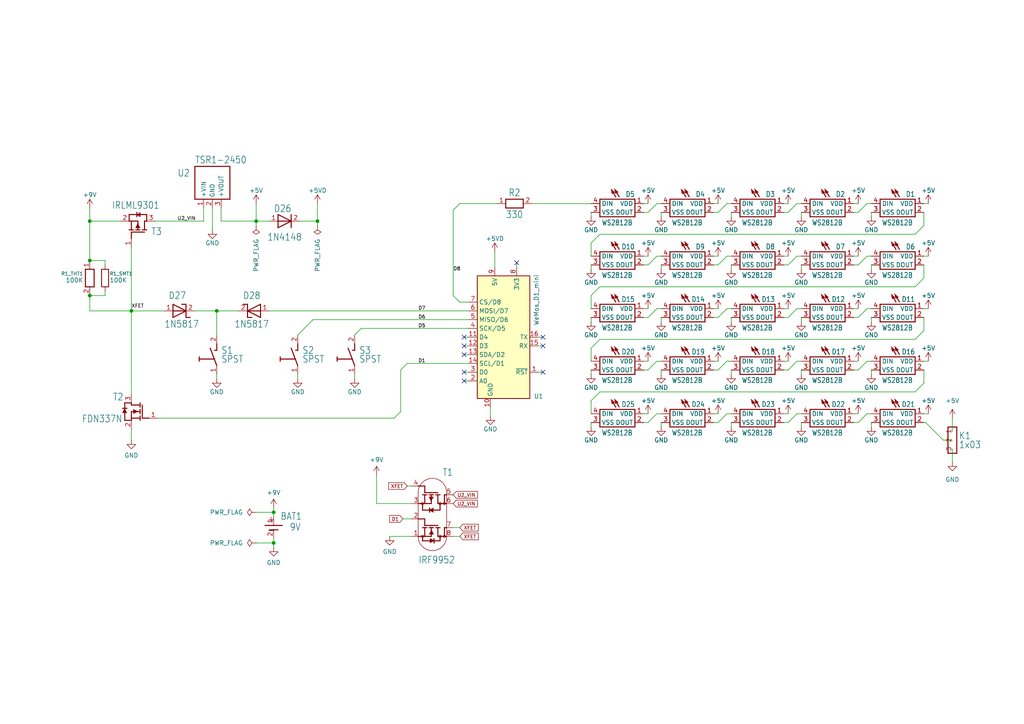
<source format=kicad_sch>
(kicad_sch (version 20230121) (generator eeschema)
  (paper "A4")
  (lib_symbols
    (symbol "D1Mini_Wuerfel_aktuell-eagle-import:1254.1017_DRUCKTASTER_12X12MM_34"
      (property "Reference" "S" (at -5.08 5.715 0))
      (symbol "1254.1017_DRUCKTASTER_12X12MM_34_1_0"
        (pin passive line (at -5.715 0 0) (length 2.54) (name "1") (number "1"))
        (pin passive line (at 5.715 0 180) (length 2.54) (name "2") (number "2"))
      )
    )
    (symbol "D1Mini_Wuerfel_aktuell-eagle-import:1N4148_1"
      (property "Reference" "D" (at -4.445 3.175 0))
      (symbol "1N4148_1_1_0"
        (pin passive line (at -3.81 0 0) (length 2.54) (name "1") (number "1"))
        (pin passive line (at 5.08 0 180) (length 2.54) (name "2") (number "2"))
      )
    )
    (symbol "D1Mini_Wuerfel_aktuell-eagle-import:1N5817_40"
      (property "Reference" "D" (at -4.445 3.175 0))
      (symbol "1N5817_40_1_0"
        (pin passive line (at -3.81 0 0) (length 2.54) (name "1") (number "1"))
        (pin passive line (at 5.08 0 180) (length 2.54) (name "2") (number "2"))
      )
    )
    (symbol "D1Mini_Wuerfel_aktuell-eagle-import:1N5817_41"
      (property "Reference" "D" (at -4.445 3.175 0))
      (symbol "1N5817_41_1_0"
        (pin passive line (at -3.81 0 0) (length 2.54) (name "1") (number "1"))
        (pin passive line (at 5.08 0 180) (length 2.54) (name "2") (number "2"))
      )
    )
    (symbol "D1Mini_Wuerfel_aktuell-eagle-import:BATTERIE_2"
      (property "Reference" "X" (at 1.905 2.222 0))
      (symbol "BATTERIE_2_1_0"
        (text "+" (at -1.906 1.27 0) (effects (font (size 2 1.7)) (justify left bottom)))
        (text "-" (at -1.905 -1.905 0) (effects (font (size 2 1.7)) (justify left bottom)))
        (pin power_in line (at 0 3.175 270) (length 2.54) (name "1") (number "1"))
        (pin power_in line (at 0 -3.175 90) (length 2.54) (name "2") (number "2"))
      )
    )
    (symbol "D1Mini_Wuerfel_aktuell-eagle-import:FDN337N_42"
      (property "Reference" "T" (at 4.7625 3.175 0))
      (symbol "FDN337N_42_1_0"
        (pin passive line (at -5.08 -1.905 0) (length 2.54) (name "1") (number "1"))
        (pin passive line (at 2.54 -5.08 90) (length 2.54) (name "2") (number "2"))
        (pin passive line (at 2.54 5.08 270) (length 2.54) (name "3") (number "3"))
      )
    )
    (symbol "D1Mini_Wuerfel_aktuell-eagle-import:IRF9952_39"
      (property "Reference" "T" (at 11.324 2.54 0))
      (symbol "IRF9952_39_1_0"
        (pin passive line (at -6.35 -6.35 90) (length 2.54) (name "1") (number "1"))
        (pin passive line (at -1.27 -6.35 90) (length 2.54) (name "2") (number "2"))
        (pin passive line (at 3.175 -6.35 90) (length 2.54) (name "3") (number "3"))
        (pin passive line (at 8.255 -6.35 90) (length 2.54) (name "4") (number "4"))
        (pin passive line (at 5.715 5.715 270) (length 2.54) (name "5") (number "5"))
        (pin passive line (at 3.175 5.715 270) (length 2.54) (name "6") (number "6"))
        (pin passive line (at -3.81 5.715 270) (length 2.54) (name "7") (number "7"))
        (pin passive line (at -6.35 5.715 270) (length 2.54) (name "8") (number "8"))
      )
    )
    (symbol "D1Mini_Wuerfel_aktuell-eagle-import:IRLML9301TRPBF_43"
      (property "Reference" "T" (at 5.08 3.175 0))
      (symbol "IRLML9301TRPBF_43_1_0"
        (pin passive line (at -5.08 -1.905 0) (length 2.54) (name "1") (number "1"))
        (pin passive line (at 2.54 -5.08 90) (length 2.54) (name "2") (number "2"))
        (pin passive line (at 2.54 5.08 270) (length 2.54) (name "3") (number "3"))
      )
    )
    (symbol "D1Mini_Wuerfel_aktuell-eagle-import:K1X03_BUCHSE_8"
      (property "Reference" "K" (at -3.81 1.905 0))
      (symbol "K1X03_BUCHSE_8_1_0"
        (pin passive line (at -2.54 0 0) (length 0) (name "1") (number "1"))
        (pin passive line (at 0 0 0) (length 0) (name "2") (number "2"))
        (pin passive line (at 2.54 0 0) (length 0) (name "3") (number "3"))
      )
    )
    (symbol "D1Mini_Wuerfel_aktuell-eagle-import:R_KOHLE_1M_0207_37"
      (property "Reference" "R1_THT1" (at -1.27 -1.905 90))
      (property "Value" "100K" (at 0.635 -1.905 90))
      (symbol "R_KOHLE_1M_0207_37_1_0"
        (pin passive line (at -5.08 0 0) (length 2.54) (name "1") (number "1"))
        (pin passive line (at 5.08 0 180) (length 2.54) (name "2") (number "2"))
      )
    )
    (symbol "D1Mini_Wuerfel_aktuell-eagle-import:R_KOHLE_330-OHM_0207_44"
      (property "Reference" "R" (at -2.54 1.905 0))
      (symbol "R_KOHLE_330-OHM_0207_44_1_0"
        (pin passive line (at -5.08 0 0) (length 2.54) (name "1") (number "1"))
        (pin passive line (at 5.08 0 180) (length 2.54) (name "2") (number "2"))
      )
    )
    (symbol "D1Mini_Wuerfel_aktuell-eagle-import:TSR1-2450_0"
      (property "Reference" "IC" (at 0 10.795 0))
      (symbol "TSR1-2450_0_1_0"
        (pin power_in line (at -2.54 7.62 0) (length 2.54) (name "+VIN") (number "1"))
        (pin power_in line (at -2.54 5.08 0) (length 2.54) (name "GND") (number "2"))
        (pin power_in line (at -2.54 2.54 0) (length 2.54) (name "+VOUT") (number "3"))
      )
    )
    (symbol "D1Mini_Wuerfel_aktuell-eagle-import:WS2812B_9"
      (property "Reference" "D" (at -5.08 3.175 0))
      (symbol "WS2812B_9_1_0"
        (pin passive line (at -7.62 1.27 0) (length 2.54) (name "VDD") (number "1"))
        (pin passive line (at -7.62 -1.27 0) (length 2.54) (name "DOUT") (number "2"))
        (pin passive line (at 7.62 -1.27 180) (length 2.54) (name "VSS") (number "3"))
        (pin passive line (at 7.62 1.27 180) (length 2.54) (name "DIN") (number "4"))
      )
    )
    (symbol "Device:R" (pin_numbers hide) (pin_names (offset 0))
      (property "Reference" "R" (at 2.032 0 90))
      (property "Value" "R" (at 0 0 90))
      (symbol "R_1_1"
        (pin passive line (at 0 3.81 270) (length 1.27) (name "~") (number "1"))
        (pin passive line (at 0 -3.81 90) (length 1.27) (name "~") (number "2"))
      )
    )
    (symbol "MCU_Module:WeMos_D1_mini"
      (property "Reference" "U1" (at 8.255 -20.32 90))
      (property "Value" "WeMos_D1_mini" (at -9.525 -10.795 90))
      (symbol "WeMos_D1_mini_1_1"
        (pin input line (at -10.16 10.16 0) (length 2.54) (name "~{RST}") (number "1"))
        (pin power_in line (at 3.81 20.32 270) (length 2.54) (name "GND") (number "10"))
        (pin bidirectional line (at 10.16 0 180) (length 2.54) (name "D4") (number "11"))
        (pin bidirectional line (at 10.16 2.54 180) (length 2.54) (name "D3") (number "12"))
        (pin bidirectional line (at 10.16 5.08 180) (length 2.54) (name "SDA/D2") (number "13"))
        (pin bidirectional line (at 10.16 7.62 180) (length 2.54) (name "SCL/D1") (number "14"))
        (pin input line (at -10.16 2.54 0) (length 2.54) (name "RX") (number "15"))
        (pin output line (at -10.16 0 0) (length 2.54) (name "TX") (number "16"))
        (pin input line (at 10.16 12.7 180) (length 2.54) (name "A0") (number "2"))
        (pin bidirectional line (at 10.16 10.16 180) (length 2.54) (name "D0") (number "3"))
        (pin bidirectional line (at 10.16 -2.54 180) (length 2.54) (name "SCK/D5") (number "4"))
        (pin bidirectional line (at 10.16 -5.08 180) (length 2.54) (name "MISO/D6") (number "5"))
        (pin bidirectional line (at 10.16 -7.62 180) (length 2.54) (name "MOSI/D7") (number "6"))
        (pin bidirectional line (at 10.16 -10.16 180) (length 2.54) (name "CS/D8") (number "7"))
        (pin power_out line (at -3.81 -20.32 90) (length 2.54) (name "3V3") (number "8"))
        (pin power_in line (at 2.54 -20.32 90) (length 2.54) (name "5V") (number "9"))
      )
    )
    (symbol "power:+5V" (power) (pin_names (offset 0))
      (property "Value" "+5V" (at 0 3.556 0))
      (symbol "+5V_1_1"
        (pin power_in line (at 0 0 90) (length 0) hide (name "+5V") (number "1"))
      )
    )
    (symbol "power:+5VD" (power) (pin_names (offset 0))
      (property "Value" "+5VD" (at 0 3.556 0))
      (symbol "+5VD_1_1"
        (pin power_in line (at 0 0 90) (length 0) hide (name "+5VD") (number "1"))
      )
    )
    (symbol "power:+9V" (power) (pin_names (offset 0))
      (property "Value" "+9V" (at 0 3.556 0))
      (symbol "+9V_1_1"
        (pin power_in line (at 0 0 90) (length 0) hide (name "+9V") (number "1"))
      )
    )
    (symbol "power:GND" (power) (pin_names (offset 0))
      (property "Value" "GND" (at 0 -3.81 0))
      (symbol "GND_1_1"
        (pin power_in line (at 0 0 270) (length 0) hide (name "GND") (number "1"))
      )
    )
    (symbol "power:PWR_FLAG" (power) (pin_numbers hide) (pin_names (offset 0) hide)
      (property "Value" "PWR_FLAG" (at 0 3.81 0))
      (symbol "PWR_FLAG_0_0"
        (pin power_out line (at 0 0 90) (length 0) (name "pwr") (number "1"))
      )
    )
  )
  (junction (at 26.035 64.135))
  (junction (at 79.375 148.59))
  (junction (at 26.035 85.725))
  (junction (at 74.295 64.135))
  (junction (at 62.865 90.17))
  (junction (at 92.075 64.135))
  (junction (at 26.035 75.565))
  (junction (at 79.375 157.48))
  (junction (at 38.1 90.17))
  (no_connect (at 134.62 97.79))
  (no_connect (at 134.62 110.49))
  (no_connect (at 157.48 100.33))
  (no_connect (at 157.48 97.79))
  (no_connect (at 149.86 76.2))
  (no_connect (at 157.48 107.95))
  (no_connect (at 134.62 102.87))
  (no_connect (at 134.62 107.95))
  (no_connect (at 134.62 100.33))
  (wire (pts (xy 38.1 124.46) (xy 38.1 127.635)))
  (wire (pts (xy 171.45 116.205) (xy 173.99 113.665)))
  (wire (pts (xy 251.46 89.535) (xy 252.73 89.535)))
  (wire (pts (xy 248.92 107.315) (xy 251.46 104.775)))
  (wire (pts (xy 79.375 147.32) (xy 79.375 148.59)))
  (wire (pts (xy 133.35 59.055) (xy 144.145 59.055)))
  (wire (pts (xy 248.92 104.775) (xy 247.65 104.775)))
  (wire (pts (xy 86.36 108.585) (xy 86.36 109.855)))
  (wire (pts (xy 267.97 80.645) (xy 265.43 83.185)))
  (wire (pts (xy 269.24 104.775) (xy 267.97 104.775)))
  (wire (pts (xy 26.035 85.725) (xy 26.035 90.17)))
  (wire (pts (xy 92.075 59.055) (xy 92.075 64.135)))
  (wire (pts (xy 116.205 107.315) (xy 118.11 105.41)))
  (wire (pts (xy 212.09 122.555) (xy 212.09 123.825)))
  (wire (pts (xy 267.97 76.835) (xy 267.97 80.645)))
  (wire (pts (xy 232.41 92.075) (xy 232.41 93.345)))
  (wire (pts (xy 26.035 60.325) (xy 26.035 64.135)))
  (wire (pts (xy 251.46 59.055) (xy 252.73 59.055)))
  (wire (pts (xy 208.28 92.075) (xy 210.82 89.535)))
  (wire (pts (xy 208.28 120.015) (xy 207.01 120.015)))
  (wire (pts (xy 247.65 61.595) (xy 248.92 61.595)))
  (wire (pts (xy 187.96 74.295) (xy 186.69 74.295)))
  (wire (pts (xy 86.995 64.135) (xy 92.075 64.135)))
  (wire (pts (xy 208.28 122.555) (xy 210.82 120.015)))
  (wire (pts (xy 252.73 62.865) (xy 252.73 61.595)))
  (wire (pts (xy 268.5034 122.5804) (xy 273.5834 127.6604)))
  (wire (pts (xy 26.035 64.135) (xy 26.035 75.565)))
  (wire (pts (xy 269.24 74.295) (xy 267.97 74.295)))
  (wire (pts (xy 173.99 83.185) (xy 171.45 85.725)))
  (wire (pts (xy 118.11 105.41) (xy 135.89 105.41)))
  (wire (pts (xy 186.69 92.075) (xy 187.96 92.075)))
  (wire (pts (xy 187.96 107.315) (xy 190.5 104.775)))
  (wire (pts (xy 30.48 75.565) (xy 30.48 76.835)))
  (wire (pts (xy 38.1 71.755) (xy 38.1 90.17)))
  (wire (pts (xy 252.73 122.555) (xy 252.73 123.825)))
  (wire (pts (xy 228.6 92.075) (xy 231.14 89.535)))
  (wire (pts (xy 232.41 107.315) (xy 232.41 108.585)))
  (wire (pts (xy 208.28 61.595) (xy 210.82 59.055)))
  (wire (pts (xy 118.11 140.97) (xy 119.38 140.97)))
  (wire (pts (xy 74.295 64.135) (xy 74.295 65.405)))
  (wire (pts (xy 74.295 64.135) (xy 78.105 64.135)))
  (wire (pts (xy 187.96 122.555) (xy 190.5 120.015)))
  (wire (pts (xy 208.28 104.775) (xy 207.01 104.775)))
  (wire (pts (xy 231.14 104.775) (xy 232.41 104.775)))
  (wire (pts (xy 269.24 120.015) (xy 267.97 120.015)))
  (wire (pts (xy 133.35 87.63) (xy 131.445 85.725)))
  (wire (pts (xy 228.6 74.295) (xy 227.33 74.295)))
  (wire (pts (xy 79.375 157.48) (xy 79.375 156.21)))
  (wire (pts (xy 247.65 107.315) (xy 248.92 107.315)))
  (wire (pts (xy 133.35 153.035) (xy 131.445 153.035)))
  (wire (pts (xy 90.805 92.71) (xy 135.89 92.71)))
  (wire (pts (xy 187.96 92.075) (xy 190.5 89.535)))
  (wire (pts (xy 252.73 76.835) (xy 252.73 78.105)))
  (wire (pts (xy 190.5 120.015) (xy 191.77 120.015)))
  (wire (pts (xy 247.65 92.075) (xy 248.92 92.075)))
  (wire (pts (xy 187.96 89.535) (xy 186.69 89.535)))
  (wire (pts (xy 26.035 64.135) (xy 34.925 64.135)))
  (wire (pts (xy 38.1 90.17) (xy 47.625 90.17)))
  (wire (pts (xy 171.45 122.555) (xy 171.45 123.825)))
  (wire (pts (xy 109.22 146.05) (xy 119.38 146.05)))
  (wire (pts (xy 26.035 85.725) (xy 30.48 85.725)))
  (wire (pts (xy 227.33 61.595) (xy 228.6 61.595)))
  (wire (pts (xy 227.33 122.555) (xy 228.6 122.555)))
  (wire (pts (xy 268.5288 122.555) (xy 267.97 122.555)))
  (wire (pts (xy 187.96 59.055) (xy 186.69 59.055)))
  (wire (pts (xy 207.01 76.835) (xy 208.28 76.835)))
  (wire (pts (xy 228.6 89.535) (xy 227.33 89.535)))
  (wire (pts (xy 134.62 102.87) (xy 135.89 102.87)))
  (wire (pts (xy 173.99 98.425) (xy 265.43 98.425)))
  (wire (pts (xy 227.33 76.835) (xy 228.6 76.835)))
  (wire (pts (xy 134.62 107.95) (xy 135.89 107.95)))
  (wire (pts (xy 232.41 61.595) (xy 232.41 62.865)))
  (wire (pts (xy 248.92 76.835) (xy 251.46 74.295)))
  (wire (pts (xy 171.45 116.205) (xy 171.45 120.015)))
  (wire (pts (xy 79.375 158.75) (xy 79.375 157.48)))
  (wire (pts (xy 191.77 92.075) (xy 191.77 93.345)))
  (wire (pts (xy 74.295 148.59) (xy 79.375 148.59)))
  (wire (pts (xy 267.97 61.595) (xy 267.97 65.405)))
  (wire (pts (xy 210.82 104.775) (xy 212.09 104.775)))
  (wire (pts (xy 248.92 59.055) (xy 247.65 59.055)))
  (wire (pts (xy 62.865 97.155) (xy 62.865 90.17)))
  (wire (pts (xy 212.09 76.835) (xy 212.09 78.105)))
  (wire (pts (xy 74.295 157.48) (xy 79.375 157.48)))
  (wire (pts (xy 207.01 92.075) (xy 208.28 92.075)))
  (wire (pts (xy 268.5288 122.5804) (xy 268.5288 122.555)))
  (wire (pts (xy 171.45 92.075) (xy 171.45 93.345)))
  (wire (pts (xy 154.305 59.055) (xy 171.45 59.055)))
  (wire (pts (xy 134.62 100.33) (xy 135.89 100.33)))
  (wire (pts (xy 208.28 59.055) (xy 207.01 59.055)))
  (wire (pts (xy 207.01 122.555) (xy 208.28 122.555)))
  (wire (pts (xy 190.5 104.775) (xy 191.77 104.775)))
  (wire (pts (xy 248.92 89.535) (xy 247.65 89.535)))
  (wire (pts (xy 247.65 76.835) (xy 248.92 76.835)))
  (wire (pts (xy 157.48 100.33) (xy 156.21 100.33)))
  (wire (pts (xy 248.92 74.295) (xy 247.65 74.295)))
  (wire (pts (xy 109.22 137.795) (xy 109.22 146.05)))
  (wire (pts (xy 171.45 85.725) (xy 171.45 89.535)))
  (wire (pts (xy 231.14 89.535) (xy 232.41 89.535)))
  (wire (pts (xy 208.28 89.535) (xy 207.01 89.535)))
  (wire (pts (xy 273.5834 127.6604) (xy 276.225 127.6604)))
  (wire (pts (xy 116.84 150.495) (xy 119.38 150.495)))
  (wire (pts (xy 251.46 74.295) (xy 252.73 74.295)))
  (wire (pts (xy 267.97 65.405) (xy 265.43 67.945)))
  (wire (pts (xy 210.82 89.535) (xy 212.09 89.535)))
  (wire (pts (xy 231.14 120.015) (xy 232.41 120.015)))
  (wire (pts (xy 267.97 92.075) (xy 267.97 95.885)))
  (wire (pts (xy 190.5 74.295) (xy 191.77 74.295)))
  (wire (pts (xy 113.03 155.575) (xy 119.38 155.575)))
  (wire (pts (xy 79.375 148.59) (xy 79.375 149.86)))
  (wire (pts (xy 171.45 61.595) (xy 171.45 62.865)))
  (wire (pts (xy 187.96 61.595) (xy 190.5 59.055)))
  (wire (pts (xy 157.48 97.79) (xy 156.21 97.79)))
  (wire (pts (xy 134.62 97.79) (xy 135.89 97.79)))
  (wire (pts (xy 135.89 87.63) (xy 133.35 87.63)))
  (wire (pts (xy 210.82 59.055) (xy 212.09 59.055)))
  (wire (pts (xy 248.92 122.555) (xy 251.46 120.015)))
  (wire (pts (xy 207.01 107.315) (xy 208.28 107.315)))
  (wire (pts (xy 228.6 61.595) (xy 231.14 59.055)))
  (wire (pts (xy 133.35 155.575) (xy 131.445 155.575)))
  (wire (pts (xy 171.45 104.775) (xy 171.45 100.965)))
  (wire (pts (xy 228.6 107.315) (xy 231.14 104.775)))
  (wire (pts (xy 26.035 90.17) (xy 38.1 90.17)))
  (wire (pts (xy 134.62 110.49) (xy 135.89 110.49)))
  (wire (pts (xy 187.96 76.835) (xy 190.5 74.295)))
  (wire (pts (xy 268.5034 122.5804) (xy 268.5288 122.5804)))
  (wire (pts (xy 104.775 95.25) (xy 102.87 97.155)))
  (wire (pts (xy 157.48 107.95) (xy 156.21 107.95)))
  (wire (pts (xy 30.48 84.455) (xy 30.48 85.725)))
  (wire (pts (xy 251.46 120.015) (xy 252.73 120.015)))
  (wire (pts (xy 190.5 89.535) (xy 191.77 89.535)))
  (wire (pts (xy 186.69 107.315) (xy 187.96 107.315)))
  (wire (pts (xy 212.09 61.595) (xy 212.09 62.865)))
  (wire (pts (xy 191.77 122.555) (xy 191.77 123.825)))
  (wire (pts (xy 187.96 104.775) (xy 186.69 104.775)))
  (wire (pts (xy 116.205 119.38) (xy 116.205 107.315)))
  (wire (pts (xy 38.1 90.17) (xy 38.1 114.3)))
  (wire (pts (xy 227.33 92.075) (xy 228.6 92.075)))
  (wire (pts (xy 149.86 76.2) (xy 149.86 77.47)))
  (wire (pts (xy 64.135 64.135) (xy 74.295 64.135)))
  (wire (pts (xy 186.69 61.595) (xy 187.96 61.595)))
  (wire (pts (xy 228.6 104.775) (xy 227.33 104.775)))
  (wire (pts (xy 131.445 60.96) (xy 133.35 59.055)))
  (wire (pts (xy 90.805 92.71) (xy 86.36 97.155)))
  (wire (pts (xy 212.09 92.075) (xy 212.09 93.345)))
  (wire (pts (xy 62.865 90.17) (xy 69.215 90.17)))
  (wire (pts (xy 248.92 120.015) (xy 247.65 120.015)))
  (wire (pts (xy 191.77 76.835) (xy 191.77 78.105)))
  (wire (pts (xy 56.515 90.17) (xy 62.865 90.17)))
  (wire (pts (xy 212.09 107.315) (xy 212.09 108.585)))
  (wire (pts (xy 102.87 108.585) (xy 102.87 109.855)))
  (wire (pts (xy 269.24 89.535) (xy 267.97 89.535)))
  (wire (pts (xy 265.43 67.945) (xy 173.99 67.945)))
  (wire (pts (xy 173.99 113.665) (xy 265.43 113.665)))
  (wire (pts (xy 64.135 60.325) (xy 64.135 64.135)))
  (wire (pts (xy 265.43 98.425) (xy 267.97 95.885)))
  (wire (pts (xy 135.89 95.25) (xy 104.775 95.25)))
  (wire (pts (xy 251.46 104.775) (xy 252.73 104.775)))
  (wire (pts (xy 173.99 67.945) (xy 171.45 70.485)))
  (wire (pts (xy 227.33 107.315) (xy 228.6 107.315)))
  (wire (pts (xy 228.6 59.055) (xy 227.33 59.055)))
  (wire (pts (xy 248.92 61.595) (xy 251.46 59.055)))
  (wire (pts (xy 208.28 74.295) (xy 207.01 74.295)))
  (wire (pts (xy 45.085 64.135) (xy 59.055 64.135)))
  (wire (pts (xy 78.105 90.17) (xy 135.89 90.17)))
  (wire (pts (xy 228.6 122.555) (xy 231.14 120.015)))
  (wire (pts (xy 269.24 59.055) (xy 267.97 59.055)))
  (wire (pts (xy 131.445 60.96) (xy 131.445 85.725)))
  (wire (pts (xy 232.41 122.555) (xy 232.41 123.825)))
  (wire (pts (xy 247.65 122.555) (xy 248.92 122.555)))
  (wire (pts (xy 173.99 83.185) (xy 265.43 83.185)))
  (wire (pts (xy 186.69 76.835) (xy 187.96 76.835)))
  (wire (pts (xy 267.97 107.315) (xy 267.97 111.125)))
  (wire (pts (xy 187.96 120.015) (xy 186.69 120.015)))
  (wire (pts (xy 276.225 121.3104) (xy 276.225 125.1204)))
  (wire (pts (xy 210.82 74.295) (xy 212.09 74.295)))
  (wire (pts (xy 74.295 59.055) (xy 74.295 64.135)))
  (wire (pts (xy 45.72 121.285) (xy 114.3 121.285)))
  (wire (pts (xy 191.77 61.595) (xy 191.77 62.865)))
  (wire (pts (xy 92.075 65.405) (xy 92.075 64.135)))
  (wire (pts (xy 208.28 76.835) (xy 210.82 74.295)))
  (wire (pts (xy 114.3 121.285) (xy 116.205 119.38)))
  (wire (pts (xy 231.14 59.055) (xy 232.41 59.055)))
  (wire (pts (xy 143.51 73.025) (xy 143.51 77.47)))
  (wire (pts (xy 171.45 107.315) (xy 171.45 108.585)))
  (wire (pts (xy 208.28 107.315) (xy 210.82 104.775)))
  (wire (pts (xy 191.77 107.315) (xy 191.77 108.585)))
  (wire (pts (xy 190.5 59.055) (xy 191.77 59.055)))
  (wire (pts (xy 171.45 76.835) (xy 171.45 78.105)))
  (wire (pts (xy 228.6 120.015) (xy 227.33 120.015)))
  (wire (pts (xy 26.035 75.565) (xy 30.48 75.565)))
  (wire (pts (xy 252.73 92.075) (xy 252.73 93.345)))
  (wire (pts (xy 207.01 61.595) (xy 208.28 61.595)))
  (wire (pts (xy 62.865 108.585) (xy 62.865 109.855)))
  (wire (pts (xy 171.45 100.965) (xy 173.99 98.425)))
  (wire (pts (xy 228.6 76.835) (xy 231.14 74.295)))
  (wire (pts (xy 265.43 113.665) (xy 267.97 111.125)))
  (wire (pts (xy 171.45 70.485) (xy 171.45 74.295)))
  (wire (pts (xy 186.69 122.555) (xy 187.96 122.555)))
  (wire (pts (xy 248.92 92.075) (xy 251.46 89.535)))
  (wire (pts (xy 59.055 64.135) (xy 59.055 60.325)))
  (wire (pts (xy 231.14 74.295) (xy 232.41 74.295)))
  (wire (pts (xy 61.595 60.325) (xy 61.595 66.675)))
  (wire (pts (xy 276.225 130.2004) (xy 276.225 134.0104)))
  (wire (pts (xy 232.41 76.835) (xy 232.41 78.105)))
  (wire (pts (xy 142.24 118.11) (xy 142.24 120.65)))
  (wire (pts (xy 210.82 120.015) (xy 212.09 120.015)))
  (wire (pts (xy 252.73 107.315) (xy 252.73 108.585)))
  (label "XFET" (at 38.1 89.535 0) (effects (font (size 1 1))))
  (label "D8" (at 131.445 78.74 0) (effects (font (size 1 1))))
  (label "U2_VIN" (at 51.435 64.135 0) (effects (font (size 1 1))))
  (label "D7" (at 121.285 90.17 0) (effects (font (size 1 1))))
  (label "D1" (at 121.285 105.41 0) (effects (font (size 1 1))))
  (label "D5" (at 121.285 95.25 0) (effects (font (size 1 1))))
  (label "D6" (at 121.285 92.71 0) (effects (font (size 1 1))))
  (global_label "U2_VIN" (shape input) (at 131.445 146.05 0) (effects (font (size 1 1))) (property "Intersheetrefs" "${INTERSHEET_REFS}" (effects hide)))
  (global_label "XFET" (shape input) (at 118.11 140.97 180) (effects (font (size 1 1))) (property "Intersheetrefs" "${INTERSHEET_REFS}" (effects hide)))
  (global_label "XFET" (shape input) (at 133.35 155.575 0) (effects (font (size 1 1))) (property "Intersheetrefs" "${INTERSHEET_REFS}" (effects hide)))
  (global_label "U2_VIN" (shape input) (at 131.445 143.51 0) (effects (font (size 1 1))) (property "Intersheetrefs" "${INTERSHEET_REFS}" (effects hide)))
  (global_label "XFET" (shape input) (at 133.35 153.035 0) (effects (font (size 1 1))) (property "Intersheetrefs" "${INTERSHEET_REFS}" (effects hide)))
  (global_label "D1" (shape input) (at 116.84 150.495 180) (effects (font (size 1 1))) (property "Intersheetrefs" "${INTERSHEET_REFS}" (effects hide)))
  (symbol (lib_id "power:GND") (at 212.09 62.865 0) (mirror y) (unit 1)
    (property "Reference" "#PWR030" (effects hide))
    (property "Value" "GND" (at 212.09 66.675 0))
  )
  (symbol (lib_id "D1Mini_Wuerfel_aktuell-eagle-import:TSR1-2450_0") (at 66.675 57.785 90) (unit 1)
    (property "Reference" "U2" (at 51.435 50.165 90) (effects (font (size 2 1.7)) (justify right)))
    (property "Value" "TSR1-2450" (at 56.515 46.355 90) (effects (font (size 2 1.7)) (justify right)))
    (property "Footprint" "D1Mini_Wuerfel_aktuell:TRACO-TSR1-24_0" (effects hide))
  )
  (symbol (lib_id "D1Mini_Wuerfel_aktuell-eagle-import:R_KOHLE_330-OHM_0207_44") (at 149.225 59.055 0) (mirror x) (unit 1)
    (property "Reference" "R2" (at 149.225 55.88 0) (effects (font (size 2 1.7))))
    (property "Value" "330" (at 149.225 62.23 0) (effects (font (size 2 1.7))))
    (property "Footprint" "D1Mini_Wuerfel_aktuell:0207_44" (effects hide))
  )
  (symbol (lib_id "power:+5V") (at 187.96 104.775 0) (mirror y) (unit 1)
    (property "Reference" "#PWR018" (effects hide))
    (property "Value" "+5V" (at 187.96 100.965 0))
  )
  (symbol (lib_id "D1Mini_Wuerfel_aktuell-eagle-import:WS2812B_9") (at 179.07 75.565 0) (mirror y) (unit 1)
    (property "Reference" "D10" (at 184.15 72.39 0) (effects (font (size 1.5 1.275)) (justify left bottom)))
    (property "Value" "WS2812B" (at 183.515 80.645 0) (effects (font (size 1.5 1.275)) (justify left bottom)))
    (property "Footprint" "D1Mini_Wuerfel_aktuell:WS2812B_9" (effects hide))
  )
  (symbol (lib_id "power:+5V") (at 248.92 120.015 0) (mirror y) (unit 1)
    (property "Reference" "#PWR024" (effects hide))
    (property "Value" "+5V" (at 248.92 116.205 0))
  )
  (symbol (lib_id "power:GND") (at 171.45 108.585 0) (mirror y) (unit 1)
    (property "Reference" "#PWR047" (effects hide))
    (property "Value" "GND" (at 171.45 112.395 0))
  )
  (symbol (lib_id "power:PWR_FLAG") (at 74.295 65.405 180) (unit 1)
    (property "Reference" "#FLG04" (effects hide))
    (property "Value" "PWR_FLAG" (at 74.295 69.215 90) (effects (justify left)))
  )
  (symbol (lib_id "power:GND") (at 252.73 123.825 0) (mirror y) (unit 1)
    (property "Reference" "#PWR052" (effects hide))
    (property "Value" "GND" (at 252.73 127.635 0))
  )
  (symbol (lib_id "power:+5V") (at 248.92 89.535 0) (mirror y) (unit 1)
    (property "Reference" "#PWR014" (effects hide))
    (property "Value" "+5V" (at 248.92 85.725 0))
  )
  (symbol (lib_id "D1Mini_Wuerfel_aktuell-eagle-import:WS2812B_9") (at 219.71 106.045 0) (mirror y) (unit 1)
    (property "Reference" "D18" (at 224.79 102.87 0) (effects (font (size 1.5 1.275)) (justify left bottom)))
    (property "Value" "WS2812B" (at 224.155 111.125 0) (effects (font (size 1.5 1.275)) (justify left bottom)))
    (property "Footprint" "D1Mini_Wuerfel_aktuell:WS2812B_9" (effects hide))
  )
  (symbol (lib_id "power:GND") (at 191.77 123.825 0) (mirror y) (unit 1)
    (property "Reference" "#PWR049" (effects hide))
    (property "Value" "GND" (at 191.77 127.635 0))
  )
  (symbol (lib_id "power:GND") (at 171.45 93.345 0) (mirror y) (unit 1)
    (property "Reference" "#PWR042" (effects hide))
    (property "Value" "GND" (at 171.45 97.155 0))
  )
  (symbol (lib_id "D1Mini_Wuerfel_aktuell-eagle-import:1N4148_1") (at 81.915 64.135 0) (unit 1)
    (property "Reference" "D26" (at 79.375 61.595 0) (effects (font (size 2 1.7)) (justify left bottom)))
    (property "Value" "1N4148" (at 77.47 69.85 0) (effects (font (size 2 1.7)) (justify left bottom)))
    (property "Footprint" "D1Mini_Wuerfel_aktuell:DO35_1" (effects hide))
  )
  (symbol (lib_id "power:GND") (at 171.45 78.105 0) (mirror y) (unit 1)
    (property "Reference" "#PWR033" (effects hide))
    (property "Value" "GND" (at 171.45 81.915 0))
  )
  (symbol (lib_id "D1Mini_Wuerfel_aktuell-eagle-import:R_KOHLE_1M_0207_37") (at 26.035 80.645 270) (unit 1)
    (property "Reference" "R1_THT1" (at 24.13 79.375 90) (effects (font (size 1 1)) (justify right)))
    (property "Value" "100K" (at 24.13 81.28 90) (effects (justify right)))
    (property "Footprint" "D1Mini_Wuerfel_aktuell:0207_37" (effects hide))
  )
  (symbol (lib_id "power:GND") (at 171.45 123.825 0) (mirror y) (unit 1)
    (property "Reference" "#PWR048" (effects hide))
    (property "Value" "GND" (at 171.45 127.635 0))
  )
  (symbol (lib_id "D1Mini_Wuerfel_aktuell-eagle-import:BATTERIE_2") (at 79.375 153.035 0) (unit 1)
    (property "Reference" "BAT1" (at 81.28 150.813 0) (effects (font (size 2 1.7)) (justify left bottom)))
    (property "Value" "9V" (at 83.947 153.924 0) (effects (font (size 2 1.7)) (justify left bottom)))
    (property "Footprint" "D1Mini_Wuerfel_aktuell:BATTERIE_2" (effects hide))
  )
  (symbol (lib_id "power:GND") (at 191.77 62.865 0) (mirror y) (unit 1)
    (property "Reference" "#PWR031" (effects hide))
    (property "Value" "GND" (at 191.77 66.675 0))
  )
  (symbol (lib_id "power:GND") (at 212.09 123.825 0) (mirror y) (unit 1)
    (property "Reference" "#PWR050" (effects hide))
    (property "Value" "GND" (at 212.09 127.635 0))
  )
  (symbol (lib_id "power:GND") (at 252.73 62.865 0) (mirror y) (unit 1)
    (property "Reference" "#PWR028" (effects hide))
    (property "Value" "GND" (at 252.73 66.675 0))
  )
  (symbol (lib_id "D1Mini_Wuerfel_aktuell-eagle-import:WS2812B_9") (at 219.71 121.285 0) (mirror y) (unit 1)
    (property "Reference" "D23" (at 224.79 118.11 0) (effects (font (size 1.5 1.275)) (justify left bottom)))
    (property "Value" "WS2812B" (at 224.155 126.365 0) (effects (font (size 1.5 1.275)) (justify left bottom)))
    (property "Footprint" "D1Mini_Wuerfel_aktuell:WS2812B_9" (effects hide))
  )
  (symbol (lib_id "power:GND") (at 232.41 123.825 0) (mirror y) (unit 1)
    (property "Reference" "#PWR051" (effects hide))
    (property "Value" "GND" (at 232.41 127.635 0))
  )
  (symbol (lib_id "power:+5VD") (at 92.075 59.055 0) (unit 1)
    (property "Reference" "#PWR055" (effects hide))
    (property "Value" "+5VD" (at 92.075 55.245 0))
  )
  (symbol (lib_id "Device:R") (at 30.48 80.645 0) (unit 1)
    (property "Reference" "R1_SMT1" (at 31.75 79.375 0) (effects (font (size 1 1)) (justify left)))
    (property "Value" "100K" (at 31.75 81.28 0) (effects (justify left)))
    (property "Footprint" "Resistor_SMD:R_1206_3216Metric" (effects hide))
  )
  (symbol (lib_id "D1Mini_Wuerfel_aktuell-eagle-import:1N5817_40") (at 51.435 90.17 0) (unit 1)
    (property "Reference" "D27" (at 51.435 85.725 0) (effects (font (size 2 1.7))))
    (property "Value" "1N5817" (at 52.705 93.98 0) (effects (font (size 2 1.7))))
    (property "Footprint" "D1Mini_Wuerfel_aktuell:DO41_40" (effects hide))
  )
  (symbol (lib_id "power:GND") (at 212.09 78.105 0) (mirror y) (unit 1)
    (property "Reference" "#PWR035" (effects hide))
    (property "Value" "GND" (at 212.09 81.915 0))
  )
  (symbol (lib_id "power:GND") (at 79.375 158.75 0) (unit 1)
    (property "Reference" "#PWR02" (effects hide))
    (property "Value" "GND" (at 79.375 163.195 0))
  )
  (symbol (lib_id "D1Mini_Wuerfel_aktuell-eagle-import:WS2812B_9") (at 199.39 75.565 0) (mirror y) (unit 1)
    (property "Reference" "D9" (at 204.47 72.39 0) (effects (font (size 1.5 1.275)) (justify left bottom)))
    (property "Value" "WS2812B" (at 203.835 80.645 0) (effects (font (size 1.5 1.275)) (justify left bottom)))
    (property "Footprint" "D1Mini_Wuerfel_aktuell:WS2812B_9" (effects hide))
  )
  (symbol (lib_id "D1Mini_Wuerfel_aktuell-eagle-import:WS2812B_9") (at 199.39 90.805 0) (mirror y) (unit 1)
    (property "Reference" "D14" (at 204.47 87.63 0) (effects (font (size 1.5 1.275)) (justify left bottom)))
    (property "Value" "WS2812B" (at 203.835 95.885 0) (effects (font (size 1.5 1.275)) (justify left bottom)))
    (property "Footprint" "D1Mini_Wuerfel_aktuell:WS2812B_9" (effects hide))
  )
  (symbol (lib_id "power:GND") (at 171.45 62.865 0) (mirror y) (unit 1)
    (property "Reference" "#PWR032" (effects hide))
    (property "Value" "GND" (at 171.45 66.675 0))
  )
  (symbol (lib_id "D1Mini_Wuerfel_aktuell-eagle-import:IRLML9301TRPBF_43") (at 40.005 66.675 270) (mirror x) (unit 1)
    (property "Reference" "T3" (at 43.815 66.04 90) (effects (font (size 2 1.7)) (justify left bottom)))
    (property "Value" "IRLML9301" (at 32.385 58.42 90) (effects (font (size 2 1.7)) (justify left bottom)))
    (property "Footprint" "D1Mini_Wuerfel_aktuell:SOT-23_3_43" (effects hide))
  )
  (symbol (lib_id "power:+5V") (at 187.96 74.295 0) (mirror y) (unit 1)
    (property "Reference" "#PWR012" (effects hide))
    (property "Value" "+5V" (at 187.96 70.485 0))
  )
  (symbol (lib_id "power:+5V") (at 187.96 89.535 0) (mirror y) (unit 1)
    (property "Reference" "#PWR017" (effects hide))
    (property "Value" "+5V" (at 187.96 85.725 0))
  )
  (symbol (lib_id "power:+9V") (at 79.375 147.32 0) (unit 1)
    (property "Reference" "#PWR01" (effects hide))
    (property "Value" "+9V" (at 79.375 142.875 0))
  )
  (symbol (lib_id "D1Mini_Wuerfel_aktuell-eagle-import:WS2812B_9") (at 219.71 75.565 0) (mirror y) (unit 1)
    (property "Reference" "D8" (at 224.79 72.39 0) (effects (font (size 1.5 1.275)) (justify left bottom)))
    (property "Value" "WS2812B" (at 224.155 80.645 0) (effects (font (size 1.5 1.275)) (justify left bottom)))
    (property "Footprint" "D1Mini_Wuerfel_aktuell:WS2812B_9" (effects hide))
  )
  (symbol (lib_id "power:+5V") (at 208.28 59.055 0) (mirror y) (unit 1)
    (property "Reference" "#PWR06" (effects hide))
    (property "Value" "+5V" (at 208.28 55.245 0))
  )
  (symbol (lib_id "power:GND") (at 232.41 62.865 0) (mirror y) (unit 1)
    (property "Reference" "#PWR029" (effects hide))
    (property "Value" "GND" (at 232.41 66.675 0))
  )
  (symbol (lib_id "D1Mini_Wuerfel_aktuell-eagle-import:K1X03_BUCHSE_8") (at 276.225 127.6604 90) (mirror x) (unit 1)
    (property "Reference" "K1" (at 278.0792 126.365 90) (effects (font (size 2 1.7)) (justify right)))
    (property "Value" "1x03" (at 278.0792 128.9812 90) (effects (font (size 2 1.7)) (justify right)))
    (property "Footprint" "D1Mini_Wuerfel_aktuell:1X03_BUCHSE_8" (effects hide))
  )
  (symbol (lib_id "power:+5V") (at 269.24 59.055 0) (mirror y) (unit 1)
    (property "Reference" "#PWR03" (effects hide))
    (property "Value" "+5V" (at 269.24 55.245 0))
  )
  (symbol (lib_id "D1Mini_Wuerfel_aktuell-eagle-import:IRF9952_39") (at 125.73 149.225 270) (mirror x) (unit 1)
    (property "Reference" "T1" (at 128.27 135.89 90) (effects (font (size 2 1.7)) (justify left bottom)))
    (property "Value" "IRF9952" (at 121.285 161.29 90) (effects (font (size 2 1.7)) (justify left bottom)))
    (property "Footprint" "D1Mini_Wuerfel_aktuell:SO8_SOT96-1_39" (effects hide))
  )
  (symbol (lib_id "D1Mini_Wuerfel_aktuell-eagle-import:FDN337N_42") (at 40.64 119.38 0) (mirror y) (unit 1)
    (property "Reference" "T2" (at 35.8775 116.205 0) (effects (font (size 2 1.7)) (justify left bottom)))
    (property "Value" "FDN337N" (at 35.56 122.555 0) (effects (font (size 2 1.7)) (justify left bottom)))
    (property "Footprint" "D1Mini_Wuerfel_aktuell:SOT-23_3_42" (effects hide))
  )
  (symbol (lib_id "D1Mini_Wuerfel_aktuell-eagle-import:WS2812B_9") (at 260.35 121.285 0) (mirror y) (unit 1)
    (property "Reference" "D21" (at 265.43 118.11 0) (effects (font (size 1.5 1.275)) (justify left bottom)))
    (property "Value" "WS2812B" (at 264.795 126.365 0) (effects (font (size 1.5 1.275)) (justify left bottom)))
    (property "Footprint" "D1Mini_Wuerfel_aktuell:WS2812B_9" (effects hide))
  )
  (symbol (lib_id "power:GND") (at 191.77 108.585 0) (mirror y) (unit 1)
    (property "Reference" "#PWR046" (effects hide))
    (property "Value" "GND" (at 191.77 112.395 0))
  )
  (symbol (lib_id "D1Mini_Wuerfel_aktuell-eagle-import:1254.1017_DRUCKTASTER_12X12MM_34") (at 86.36 102.87 90) (unit 1)
    (property "Reference" "S2" (at 87.63 101.6 90) (effects (font (size 2 1.7)) (justify right)))
    (property "Value" "SPST" (at 87.63 104.14 90) (effects (font (size 2 1.7)) (justify right)))
    (property "Footprint" "D1Mini_Wuerfel_aktuell:1254.1017_DRUCKTASTER_34" (effects hide))
  )
  (symbol (lib_id "MCU_Module:WeMos_D1_mini") (at 146.05 97.79 180) (unit 1)
    (property "Reference" "U1" (at 156.21 114.935 0))
    (property "Value" "WeMos_D1_mini" (at 155.575 86.995 90))
    (property "Footprint" "Module:WEMOS_D1_mini_light" (effects hide))
    (property "Datasheet" "https://wiki.wemos.cc/products:d1:d1_mini#documentation" (effects hide))
  )
  (symbol (lib_id "power:PWR_FLAG") (at 74.295 148.59 90) (unit 1)
    (property "Reference" "#FLG01" (effects hide))
    (property "Value" "PWR_FLAG" (at 70.485 148.59 90) (effects (justify left)))
  )
  (symbol (lib_id "power:+5V") (at 248.92 74.295 0) (mirror y) (unit 1)
    (property "Reference" "#PWR09" (effects hide))
    (property "Value" "+5V" (at 248.92 70.485 0))
  )
  (symbol (lib_id "power:GND") (at 232.41 108.585 0) (mirror y) (unit 1)
    (property "Reference" "#PWR044" (effects hide))
    (property "Value" "GND" (at 232.41 112.395 0))
  )
  (symbol (lib_id "power:+5V") (at 269.24 74.295 0) (mirror y) (unit 1)
    (property "Reference" "#PWR08" (effects hide))
    (property "Value" "+5V" (at 269.24 70.485 0))
  )
  (symbol (lib_id "power:PWR_FLAG") (at 92.075 65.405 180) (unit 1)
    (property "Reference" "#FLG03" (effects hide))
    (property "Value" "PWR_FLAG" (at 92.075 69.215 90) (effects (justify left)))
  )
  (symbol (lib_id "D1Mini_Wuerfel_aktuell-eagle-import:WS2812B_9") (at 260.35 106.045 0) (mirror y) (unit 1)
    (property "Reference" "D16" (at 265.43 102.87 0) (effects (font (size 1.5 1.275)) (justify left bottom)))
    (property "Value" "WS2812B" (at 264.795 111.125 0) (effects (font (size 1.5 1.275)) (justify left bottom)))
    (property "Footprint" "D1Mini_Wuerfel_aktuell:WS2812B_9" (effects hide))
  )
  (symbol (lib_id "D1Mini_Wuerfel_aktuell-eagle-import:WS2812B_9") (at 219.71 90.805 0) (mirror y) (unit 1)
    (property "Reference" "D13" (at 224.79 87.63 0) (effects (font (size 1.5 1.275)) (justify left bottom)))
    (property "Value" "WS2812B" (at 224.155 95.885 0) (effects (font (size 1.5 1.275)) (justify left bottom)))
    (property "Footprint" "D1Mini_Wuerfel_aktuell:WS2812B_9" (effects hide))
  )
  (symbol (lib_id "power:+5V") (at 208.28 74.295 0) (mirror y) (unit 1)
    (property "Reference" "#PWR011" (effects hide))
    (property "Value" "+5V" (at 208.28 70.485 0))
  )
  (symbol (lib_id "D1Mini_Wuerfel_aktuell-eagle-import:WS2812B_9") (at 240.03 106.045 0) (mirror y) (unit 1)
    (property "Reference" "D17" (at 245.11 102.87 0) (effects (font (size 1.5 1.275)) (justify left bottom)))
    (property "Value" "WS2812B" (at 244.475 111.125 0) (effects (font (size 1.5 1.275)) (justify left bottom)))
    (property "Footprint" "D1Mini_Wuerfel_aktuell:WS2812B_9" (effects hide))
  )
  (symbol (lib_id "power:+5V") (at 208.28 89.535 0) (mirror y) (unit 1)
    (property "Reference" "#PWR016" (effects hide))
    (property "Value" "+5V" (at 208.28 85.725 0))
  )
  (symbol (lib_id "D1Mini_Wuerfel_aktuell-eagle-import:WS2812B_9") (at 240.03 90.805 0) (mirror y) (unit 1)
    (property "Reference" "D12" (at 245.11 87.63 0) (effects (font (size 1.5 1.275)) (justify left bottom)))
    (property "Value" "WS2812B" (at 244.475 95.885 0) (effects (font (size 1.5 1.275)) (justify left bottom)))
    (property "Footprint" "D1Mini_Wuerfel_aktuell:WS2812B_9" (effects hide))
  )
  (symbol (lib_id "power:+5V") (at 228.6 104.775 0) (mirror y) (unit 1)
    (property "Reference" "#PWR020" (effects hide))
    (property "Value" "+5V" (at 228.6 100.965 0))
  )
  (symbol (lib_id "D1Mini_Wuerfel_aktuell-eagle-import:WS2812B_9") (at 179.07 106.045 0) (mirror y) (unit 1)
    (property "Reference" "D20" (at 184.15 102.87 0) (effects (font (size 1.5 1.275)) (justify left bottom)))
    (property "Value" "WS2812B" (at 183.515 111.125 0) (effects (font (size 1.5 1.275)) (justify left bottom)))
    (property "Footprint" "D1Mini_Wuerfel_aktuell:WS2812B_9" (effects hide))
  )
  (symbol (lib_id "power:GND") (at 191.77 93.345 0) (mirror y) (unit 1)
    (property "Reference" "#PWR041" (effects hide))
    (property "Value" "GND" (at 191.77 97.155 0))
  )
  (symbol (lib_id "power:GND") (at 276.225 134.0104 0) (unit 1)
    (property "Reference" "#PWR053" (effects hide))
    (property "Value" "GND" (at 276.225 139.0904 0))
  )
  (symbol (lib_id "D1Mini_Wuerfel_aktuell-eagle-import:WS2812B_9") (at 179.07 121.285 0) (mirror y) (unit 1)
    (property "Reference" "D25" (at 184.15 118.11 0) (effects (font (size 1.5 1.275)) (justify left bottom)))
    (property "Value" "WS2812B" (at 183.515 126.365 0) (effects (font (size 1.5 1.275)) (justify left bottom)))
    (property "Footprint" "D1Mini_Wuerfel_aktuell:WS2812B_9" (effects hide))
  )
  (symbol (lib_id "D1Mini_Wuerfel_aktuell-eagle-import:WS2812B_9") (at 199.39 60.325 0) (mirror y) (unit 1)
    (property "Reference" "D4" (at 204.47 57.15 0) (effects (font (size 1.5 1.275)) (justify left bottom)))
    (property "Value" "WS2812B" (at 203.835 65.405 0) (effects (font (size 1.5 1.275)) (justify left bottom)))
    (property "Footprint" "D1Mini_Wuerfel_aktuell:WS2812B_9" (effects hide))
  )
  (symbol (lib_id "power:+5V") (at 74.295 59.055 0) (unit 1)
    (property "Reference" "#PWR059" (effects hide))
    (property "Value" "+5V" (at 74.295 55.245 0))
  )
  (symbol (lib_id "D1Mini_Wuerfel_aktuell-eagle-import:WS2812B_9") (at 179.07 60.325 0) (mirror y) (unit 1)
    (property "Reference" "D5" (at 184.15 57.15 0) (effects (font (size 1.5 1.275)) (justify left bottom)))
    (property "Value" "WS2812B" (at 183.515 65.405 0) (effects (font (size 1.5 1.275)) (justify left bottom)))
    (property "Footprint" "D1Mini_Wuerfel_aktuell:WS2812B_9" (effects hide))
  )
  (symbol (lib_id "power:+5V") (at 208.28 104.775 0) (mirror y) (unit 1)
    (property "Reference" "#PWR019" (effects hide))
    (property "Value" "+5V" (at 208.28 100.965 0))
  )
  (symbol (lib_id "power:+5V") (at 269.24 104.775 0) (mirror y) (unit 1)
    (property "Reference" "#PWR022" (effects hide))
    (property "Value" "+5V" (at 269.24 100.965 0))
  )
  (symbol (lib_id "power:GND") (at 86.36 109.855 0) (unit 1)
    (property "Reference" "#PWR062" (effects hide))
    (property "Value" "GND" (at 86.36 113.665 0))
  )
  (symbol (lib_id "power:+5V") (at 187.96 59.055 0) (mirror y) (unit 1)
    (property "Reference" "#PWR07" (effects hide))
    (property "Value" "+5V" (at 187.96 55.245 0))
  )
  (symbol (lib_id "D1Mini_Wuerfel_aktuell-eagle-import:WS2812B_9") (at 240.03 60.325 0) (mirror y) (unit 1)
    (property "Reference" "D2" (at 245.11 57.15 0) (effects (font (size 1.5 1.275)) (justify left bottom)))
    (property "Value" "WS2812B" (at 244.475 65.405 0) (effects (font (size 1.5 1.275)) (justify left bottom)))
    (property "Footprint" "D1Mini_Wuerfel_aktuell:WS2812B_9" (effects hide))
  )
  (symbol (lib_id "D1Mini_Wuerfel_aktuell-eagle-import:WS2812B_9") (at 240.03 75.565 0) (mirror y) (unit 1)
    (property "Reference" "D7" (at 245.11 72.39 0) (effects (font (size 1.5 1.275)) (justify left bottom)))
    (property "Value" "WS2812B" (at 244.475 80.645 0) (effects (font (size 1.5 1.275)) (justify left bottom)))
    (property "Footprint" "D1Mini_Wuerfel_aktuell:WS2812B_9" (effects hide))
  )
  (symbol (lib_id "D1Mini_Wuerfel_aktuell-eagle-import:WS2812B_9") (at 179.07 90.805 0) (mirror y) (unit 1)
    (property "Reference" "D15" (at 184.15 87.63 0) (effects (font (size 1.5 1.275)) (justify left bottom)))
    (property "Value" "WS2812B" (at 183.515 95.885 0) (effects (font (size 1.5 1.275)) (justify left bottom)))
    (property "Footprint" "D1Mini_Wuerfel_aktuell:WS2812B_9" (effects hide))
  )
  (symbol (lib_id "power:+5V") (at 276.225 121.3104 0) (unit 1)
    (property "Reference" "#PWR054" (effects hide))
    (property "Value" "+5V" (at 276.225 116.2304 0))
  )
  (symbol (lib_id "D1Mini_Wuerfel_aktuell-eagle-import:WS2812B_9") (at 260.35 60.325 0) (mirror y) (unit 1)
    (property "Reference" "D1" (at 265.43 57.15 0) (effects (font (size 1.5 1.275)) (justify left bottom)))
    (property "Value" "WS2812B" (at 264.795 65.405 0) (effects (font (size 1.5 1.275)) (justify left bottom)))
    (property "Footprint" "D1Mini_Wuerfel_aktuell:WS2812B_9" (effects hide))
  )
  (symbol (lib_id "power:+5V") (at 228.6 120.015 0) (mirror y) (unit 1)
    (property "Reference" "#PWR025" (effects hide))
    (property "Value" "+5V" (at 228.6 116.205 0))
  )
  (symbol (lib_id "power:GND") (at 142.24 120.65 0) (mirror y) (unit 1)
    (property "Reference" "#PWR058" (effects hide))
    (property "Value" "GND" (at 142.24 124.46 0))
  )
  (symbol (lib_id "power:GND") (at 252.73 78.105 0) (mirror y) (unit 1)
    (property "Reference" "#PWR037" (effects hide))
    (property "Value" "GND" (at 252.73 81.915 0))
  )
  (symbol (lib_id "D1Mini_Wuerfel_aktuell-eagle-import:1254.1017_DRUCKTASTER_12X12MM_34") (at 102.87 102.87 90) (unit 1)
    (property "Reference" "S3" (at 104.14 101.6 90) (effects (font (size 2 1.7)) (justify right)))
    (property "Value" "SPST" (at 104.14 104.14 90) (effects (font (size 2 1.7)) (justify right)))
    (property "Footprint" "D1Mini_Wuerfel_aktuell:1254.1017_DRUCKTASTER_34" (effects hide))
  )
  (symbol (lib_id "power:+5V") (at 248.92 104.775 0) (mirror y) (unit 1)
    (property "Reference" "#PWR021" (effects hide))
    (property "Value" "+5V" (at 248.92 100.965 0))
  )
  (symbol (lib_id "power:GND") (at 232.41 93.345 0) (mirror y) (unit 1)
    (property "Reference" "#PWR039" (effects hide))
    (property "Value" "GND" (at 232.41 97.155 0))
  )
  (symbol (lib_id "power:PWR_FLAG") (at 74.295 157.48 90) (unit 1)
    (property "Reference" "#FLG02" (effects hide))
    (property "Value" "PWR_FLAG" (at 70.485 157.48 90) (effects (justify left)))
  )
  (symbol (lib_id "power:GND") (at 102.87 109.855 0) (unit 1)
    (property "Reference" "#PWR063" (effects hide))
    (property "Value" "GND" (at 102.87 113.665 0))
  )
  (symbol (lib_id "power:+9V") (at 26.035 60.325 0) (unit 1)
    (property "Reference" "#PWR060" (effects hide))
    (property "Value" "+9V" (at 26.035 56.515 0))
  )
  (symbol (lib_id "power:+5V") (at 228.6 74.295 0) (mirror y) (unit 1)
    (property "Reference" "#PWR010" (effects hide))
    (property "Value" "+5V" (at 228.6 70.485 0))
  )
  (symbol (lib_id "power:+5V") (at 269.24 89.535 0) (mirror y) (unit 1)
    (property "Reference" "#PWR013" (effects hide))
    (property "Value" "+5V" (at 269.24 85.725 0))
  )
  (symbol (lib_id "D1Mini_Wuerfel_aktuell-eagle-import:WS2812B_9") (at 260.35 75.565 0) (mirror y) (unit 1)
    (property "Reference" "D6" (at 265.43 72.39 0) (effects (font (size 1.5 1.275)) (justify left bottom)))
    (property "Value" "WS2812B" (at 264.795 80.645 0) (effects (font (size 1.5 1.275)) (justify left bottom)))
    (property "Footprint" "D1Mini_Wuerfel_aktuell:WS2812B_9" (effects hide))
  )
  (symbol (lib_id "power:GND") (at 61.595 66.675 0) (unit 1)
    (property "Reference" "#PWR056" (effects hide))
    (property "Value" "GND" (at 61.595 70.485 0))
  )
  (symbol (lib_id "D1Mini_Wuerfel_aktuell-eagle-import:1N5817_41") (at 74.295 90.17 180) (unit 1)
    (property "Reference" "D28" (at 73.025 85.725 0) (effects (font (size 2 1.7))))
    (property "Value" "1N5817" (at 73.025 93.98 0) (effects (font (size 2 1.7))))
    (property "Footprint" "D1Mini_Wuerfel_aktuell:DO41_41" (effects hide))
  )
  (symbol (lib_id "power:GND") (at 212.09 93.345 0) (mirror y) (unit 1)
    (property "Reference" "#PWR040" (effects hide))
    (property "Value" "GND" (at 212.09 97.155 0))
  )
  (symbol (lib_id "D1Mini_Wuerfel_aktuell-eagle-import:1254.1017_DRUCKTASTER_12X12MM_34") (at 62.865 102.87 90) (unit 1)
    (property "Reference" "S1" (at 64.135 101.6 90) (effects (font (size 2 1.7)) (justify right)))
    (property "Value" "SPST" (at 64.135 104.14 90) (effects (font (size 2 1.7)) (justify right)))
    (property "Footprint" "D1Mini_Wuerfel_aktuell:1254.1017_DRUCKTASTER_34" (effects hide))
  )
  (symbol (lib_id "power:+5V") (at 228.6 59.055 0) (mirror y) (unit 1)
    (property "Reference" "#PWR05" (effects hide))
    (property "Value" "+5V" (at 228.6 55.245 0))
  )
  (symbol (lib_id "D1Mini_Wuerfel_aktuell-eagle-import:WS2812B_9") (at 199.39 106.045 0) (mirror y) (unit 1)
    (property "Reference" "D19" (at 204.47 102.87 0) (effects (font (size 1.5 1.275)) (justify left bottom)))
    (property "Value" "WS2812B" (at 203.835 111.125 0) (effects (font (size 1.5 1.275)) (justify left bottom)))
    (property "Footprint" "D1Mini_Wuerfel_aktuell:WS2812B_9" (effects hide))
  )
  (symbol (lib_id "power:+5V") (at 269.24 120.015 0) (mirror y) (unit 1)
    (property "Reference" "#PWR023" (effects hide))
    (property "Value" "+5V" (at 269.24 116.205 0))
  )
  (symbol (lib_id "D1Mini_Wuerfel_aktuell-eagle-import:WS2812B_9") (at 240.03 121.285 0) (mirror y) (unit 1)
    (property "Reference" "D22" (at 245.11 118.11 0) (effects (font (size 1.5 1.275)) (justify left bottom)))
    (property "Value" "WS2812B" (at 244.475 126.365 0) (effects (font (size 1.5 1.275)) (justify left bottom)))
    (property "Footprint" "D1Mini_Wuerfel_aktuell:WS2812B_9" (effects hide))
  )
  (symbol (lib_id "D1Mini_Wuerfel_aktuell-eagle-import:WS2812B_9") (at 219.71 60.325 0) (mirror y) (unit 1)
    (property "Reference" "D3" (at 224.79 57.15 0) (effects (font (size 1.5 1.275)) (justify left bottom)))
    (property "Value" "WS2812B" (at 224.155 65.405 0) (effects (font (size 1.5 1.275)) (justify left bottom)))
    (property "Footprint" "D1Mini_Wuerfel_aktuell:WS2812B_9" (effects hide))
  )
  (symbol (lib_id "power:GND") (at 232.41 78.105 0) (mirror y) (unit 1)
    (property "Reference" "#PWR036" (effects hide))
    (property "Value" "GND" (at 232.41 81.915 0))
  )
  (symbol (lib_id "power:+5V") (at 208.28 120.015 0) (mirror y) (unit 1)
    (property "Reference" "#PWR026" (effects hide))
    (property "Value" "+5V" (at 208.28 116.205 0))
  )
  (symbol (lib_id "power:+5VD") (at 143.51 73.025 0) (unit 1)
    (property "Reference" "#PWR057" (effects hide))
    (property "Value" "+5VD" (at 143.51 69.215 0))
  )
  (symbol (lib_id "power:+5V") (at 228.6 89.535 0) (mirror y) (unit 1)
    (property "Reference" "#PWR015" (effects hide))
    (property "Value" "+5V" (at 228.6 85.725 0))
  )
  (symbol (lib_id "power:+5V") (at 187.96 120.015 0) (mirror y) (unit 1)
    (property "Reference" "#PWR027" (effects hide))
    (property "Value" "+5V" (at 187.96 116.205 0))
  )
  (symbol (lib_id "power:GND") (at 252.73 93.345 0) (mirror y) (unit 1)
    (property "Reference" "#PWR038" (effects hide))
    (property "Value" "GND" (at 252.73 97.155 0))
  )
  (symbol (lib_id "power:+5V") (at 248.92 59.055 0) (mirror y) (unit 1)
    (property "Reference" "#PWR04" (effects hide))
    (property "Value" "+5V" (at 248.92 55.245 0))
  )
  (symbol (lib_id "power:GND") (at 212.09 108.585 0) (mirror y) (unit 1)
    (property "Reference" "#PWR045" (effects hide))
    (property "Value" "GND" (at 212.09 112.395 0))
  )
  (symbol (lib_id "power:GND") (at 252.73 108.585 0) (mirror y) (unit 1)
    (property "Reference" "#PWR043" (effects hide))
    (property "Value" "GND" (at 252.73 112.395 0))
  )
  (symbol (lib_id "power:GND") (at 38.1 127.635 0) (unit 1)
    (property "Reference" "#PWR064" (effects hide))
    (property "Value" "GND" (at 38.1 132.08 0))
  )
  (symbol (lib_id "D1Mini_Wuerfel_aktuell-eagle-import:WS2812B_9") (at 260.35 90.805 0) (mirror y) (unit 1)
    (property "Reference" "D11" (at 265.43 87.63 0) (effects (font (size 1.5 1.275)) (justify left bottom)))
    (property "Value" "WS2812B" (at 264.795 95.885 0) (effects (font (size 1.5 1.275)) (justify left bottom)))
    (property "Footprint" "D1Mini_Wuerfel_aktuell:WS2812B_9" (effects hide))
  )
  (symbol (lib_id "power:GND") (at 191.77 78.105 0) (mirror y) (unit 1)
    (property "Reference" "#PWR034" (effects hide))
    (property "Value" "GND" (at 191.77 81.915 0))
  )
  (symbol (lib_id "power:GND") (at 113.03 155.575 0) (unit 1)
    (property "Reference" "#PWR065" (effects hide))
    (property "Value" "GND" (at 113.03 160.02 0))
  )
  (symbol (lib_id "D1Mini_Wuerfel_aktuell-eagle-import:WS2812B_9") (at 199.39 121.285 0) (mirror y) (unit 1)
    (property "Reference" "D24" (at 204.47 118.11 0) (effects (font (size 1.5 1.275)) (justify left bottom)))
    (property "Value" "WS2812B" (at 203.835 126.365 0) (effects (font (size 1.5 1.275)) (justify left bottom)))
    (property "Footprint" "D1Mini_Wuerfel_aktuell:WS2812B_9" (effects hide))
  )
  (symbol (lib_id "power:+9V") (at 109.22 137.795 0) (unit 1)
    (property "Reference" "#PWR066" (effects hide))
    (property "Value" "+9V" (at 109.22 133.35 0))
  )
  (symbol (lib_id "power:GND") (at 62.865 109.855 0) (unit 1)
    (property "Reference" "#PWR061" (effects hide))
    (property "Value" "GND" (at 62.865 113.665 0))
  )
)
</source>
